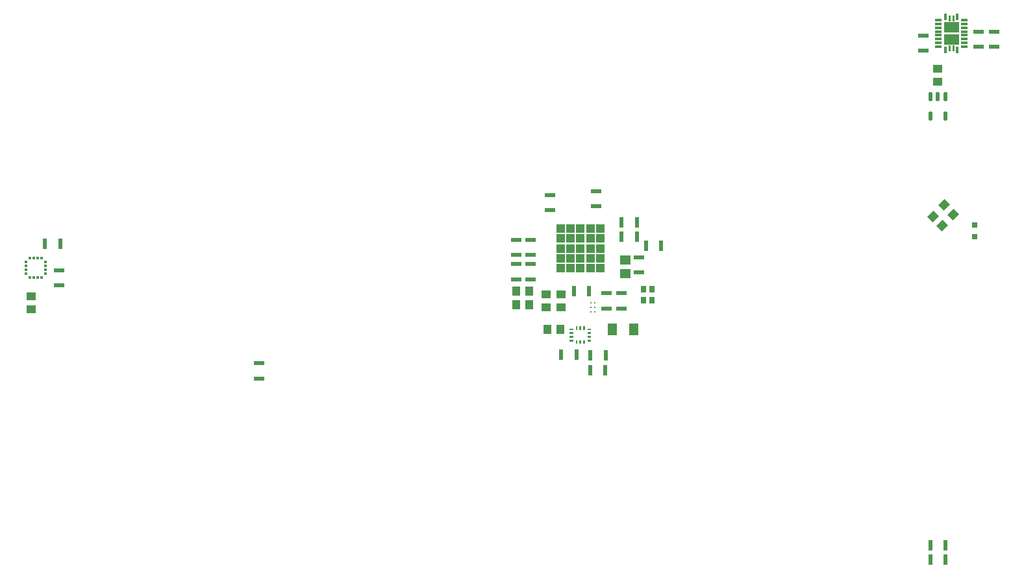
<source format=gtp>
G04*
G04 #@! TF.GenerationSoftware,Altium Limited,Altium Designer,25.2.1 (25)*
G04*
G04 Layer_Color=8421504*
%FSLAX25Y25*%
%MOIN*%
G70*
G04*
G04 #@! TF.SameCoordinates,2F33FC32-E69D-4905-AB7C-0DFD41B7419D*
G04*
G04*
G04 #@! TF.FilePolarity,Positive*
G04*
G01*
G75*
%ADD21R,0.03150X0.03150*%
%ADD22R,0.04724X0.06299*%
%ADD23R,0.01200X0.03200*%
%ADD24R,0.03200X0.01200*%
G04:AMPARAMS|DCode=25|XSize=47.64mil|YSize=23.23mil|CornerRadius=5.81mil|HoleSize=0mil|Usage=FLASHONLY|Rotation=270.000|XOffset=0mil|YOffset=0mil|HoleType=Round|Shape=RoundedRectangle|*
%AMROUNDEDRECTD25*
21,1,0.04764,0.01161,0,0,270.0*
21,1,0.03602,0.02323,0,0,270.0*
1,1,0.01161,-0.00581,-0.01801*
1,1,0.01161,-0.00581,0.01801*
1,1,0.01161,0.00581,0.01801*
1,1,0.01161,0.00581,-0.01801*
%
%ADD25ROUNDEDRECTD25*%
%ADD26R,0.04700X0.04000*%
%ADD27R,0.01800X0.01200*%
%ADD28R,0.01200X0.01800*%
%ADD29R,0.00787X0.00787*%
%ADD30R,0.05700X0.04600*%
%ADD31R,0.03150X0.03543*%
%ADD32R,0.05787X0.02441*%
%ADD33R,0.02441X0.05787*%
%ADD34R,0.04000X0.04700*%
G04:AMPARAMS|DCode=35|XSize=40mil|YSize=47mil|CornerRadius=0mil|HoleSize=0mil|Usage=FLASHONLY|Rotation=315.000|XOffset=0mil|YOffset=0mil|HoleType=Round|Shape=Rectangle|*
%AMROTATEDRECTD35*
4,1,4,-0.03076,-0.00248,0.00248,0.03076,0.03076,0.00248,-0.00248,-0.03076,-0.03076,-0.00248,0.0*
%
%ADD35ROTATEDRECTD35*%

G36*
X492000Y301232D02*
X491000D01*
Y304082D01*
X492000D01*
Y301232D01*
D02*
G37*
G36*
X490000D02*
X489000D01*
Y304082D01*
X490000D01*
Y301232D01*
D02*
G37*
G36*
X494356Y295425D02*
X486644D01*
Y300838D01*
X494356D01*
Y295425D01*
D02*
G37*
G36*
Y289225D02*
X486644D01*
Y294638D01*
X494356D01*
Y289225D01*
D02*
G37*
G36*
X492000Y285981D02*
X491000D01*
Y288831D01*
X492000D01*
Y285981D01*
D02*
G37*
G36*
X490000D02*
X489000D01*
Y288831D01*
X490000D01*
Y285981D01*
D02*
G37*
G36*
X312406Y192605D02*
X308074D01*
Y196938D01*
X312406D01*
Y192605D01*
D02*
G37*
G36*
X307286D02*
X302954D01*
Y196938D01*
X307286D01*
Y192605D01*
D02*
G37*
G36*
X302166D02*
X297834D01*
Y196938D01*
X302166D01*
Y192605D01*
D02*
G37*
G36*
X297046D02*
X292714D01*
Y196938D01*
X297046D01*
Y192605D01*
D02*
G37*
G36*
X291926D02*
X287594D01*
Y196938D01*
X291926D01*
Y192605D01*
D02*
G37*
G36*
X312406Y187485D02*
X308074D01*
Y191818D01*
X312406D01*
Y187485D01*
D02*
G37*
G36*
X307286D02*
X302954D01*
Y191818D01*
X307286D01*
Y187485D01*
D02*
G37*
G36*
X302166D02*
X297834D01*
Y191818D01*
X302166D01*
Y187485D01*
D02*
G37*
G36*
X297046D02*
X292714D01*
Y191818D01*
X297046D01*
Y187485D01*
D02*
G37*
G36*
X291926D02*
X287594D01*
Y191818D01*
X291926D01*
Y187485D01*
D02*
G37*
G36*
X312406Y182365D02*
X308074D01*
Y186698D01*
X312406D01*
Y182365D01*
D02*
G37*
G36*
X307286D02*
X302954D01*
Y186698D01*
X307286D01*
Y182365D01*
D02*
G37*
G36*
X302166D02*
X297834D01*
Y186698D01*
X302166D01*
Y182365D01*
D02*
G37*
G36*
X297046D02*
X292714D01*
Y186698D01*
X297046D01*
Y182365D01*
D02*
G37*
G36*
X291926D02*
X287594D01*
Y186698D01*
X291926D01*
Y182365D01*
D02*
G37*
G36*
X312406Y177245D02*
X308074D01*
Y181578D01*
X312406D01*
Y177245D01*
D02*
G37*
G36*
X307286D02*
X302954D01*
Y181578D01*
X307286D01*
Y177245D01*
D02*
G37*
G36*
X302166D02*
X297834D01*
Y181578D01*
X302166D01*
Y177245D01*
D02*
G37*
G36*
X297046D02*
X292714D01*
Y181578D01*
X297046D01*
Y177245D01*
D02*
G37*
G36*
X291926D02*
X287594D01*
Y181578D01*
X291926D01*
Y177245D01*
D02*
G37*
G36*
X312406Y172125D02*
X308074D01*
Y176458D01*
X312406D01*
Y172125D01*
D02*
G37*
G36*
X307286D02*
X302954D01*
Y176458D01*
X307286D01*
Y172125D01*
D02*
G37*
G36*
X302166D02*
X297834D01*
Y176458D01*
X302166D01*
Y172125D01*
D02*
G37*
G36*
X297046D02*
X292714D01*
Y176458D01*
X297046D01*
Y172125D01*
D02*
G37*
G36*
X291926D02*
X287594D01*
Y176458D01*
X291926D01*
Y172125D01*
D02*
G37*
G36*
X302437Y142646D02*
X301500D01*
Y144417D01*
X302437D01*
Y142646D01*
D02*
G37*
G36*
X300468D02*
X299532D01*
Y144417D01*
X300468D01*
Y142646D01*
D02*
G37*
G36*
X298500D02*
X297563D01*
Y144417D01*
X298500D01*
Y142646D01*
D02*
G37*
G36*
X305463Y142423D02*
X303691D01*
Y143360D01*
X305463D01*
Y142423D01*
D02*
G37*
G36*
X296309D02*
X294537D01*
Y143360D01*
X296309D01*
Y142423D01*
D02*
G37*
G36*
X305463Y140455D02*
X303691D01*
Y141392D01*
X305463D01*
Y140455D01*
D02*
G37*
G36*
X296309D02*
X294537D01*
Y141392D01*
X296309D01*
Y140455D01*
D02*
G37*
G36*
X305463Y138486D02*
X303691D01*
Y139423D01*
X305463D01*
Y138486D01*
D02*
G37*
G36*
X296309D02*
X294537D01*
Y139423D01*
X296309D01*
Y138486D01*
D02*
G37*
G36*
X305463Y136518D02*
X303691D01*
Y137455D01*
X305463D01*
Y136518D01*
D02*
G37*
G36*
X296309D02*
X294537D01*
Y137455D01*
X296309D01*
Y136518D01*
D02*
G37*
G36*
X302437Y135461D02*
X301500D01*
Y137232D01*
X302437D01*
Y135461D01*
D02*
G37*
G36*
X300468D02*
X299532D01*
Y137232D01*
X300468D01*
Y135461D01*
D02*
G37*
G36*
X298500D02*
X297563D01*
Y137232D01*
X298500D01*
Y135461D01*
D02*
G37*
D21*
X502500Y190382D02*
D03*
Y196681D02*
D03*
D22*
X316500Y143032D02*
D03*
X327524D02*
D03*
D23*
X493453Y286382D02*
D03*
Y303681D02*
D03*
X487547D02*
D03*
Y286382D02*
D03*
D24*
X497200Y288142D02*
D03*
Y290110D02*
D03*
Y292079D02*
D03*
Y294047D02*
D03*
Y296016D02*
D03*
Y297984D02*
D03*
Y299953D02*
D03*
Y301921D02*
D03*
X483800D02*
D03*
Y299953D02*
D03*
Y297984D02*
D03*
Y296016D02*
D03*
Y294047D02*
D03*
Y292079D02*
D03*
Y290110D02*
D03*
Y288142D02*
D03*
D25*
X487240Y262472D02*
D03*
X483500D02*
D03*
X479760D02*
D03*
Y252591D02*
D03*
X487240D02*
D03*
D26*
X18000Y153150D02*
D03*
Y159850D02*
D03*
X483500Y270150D02*
D03*
Y276850D02*
D03*
X282500Y154182D02*
D03*
Y160881D02*
D03*
X290000D02*
D03*
Y154182D02*
D03*
D27*
X15480Y177453D02*
D03*
Y175484D02*
D03*
Y173516D02*
D03*
Y171547D02*
D03*
X25520D02*
D03*
Y173516D02*
D03*
Y175484D02*
D03*
Y177453D02*
D03*
D28*
X17547Y169480D02*
D03*
X19516D02*
D03*
X21484D02*
D03*
X23453D02*
D03*
Y179520D02*
D03*
X21484D02*
D03*
X19516D02*
D03*
X17547D02*
D03*
D29*
X305500Y156653D02*
D03*
X307469D02*
D03*
X305500Y154342D02*
D03*
X307469D02*
D03*
Y152032D02*
D03*
X305500D02*
D03*
D30*
X323000Y171550D02*
D03*
Y178450D02*
D03*
D31*
X336831Y163531D02*
D03*
Y158020D02*
D03*
X332500D02*
D03*
Y163531D02*
D03*
D32*
X32500Y165496D02*
D03*
Y173370D02*
D03*
X476000Y286094D02*
D03*
Y293969D02*
D03*
X504500Y288094D02*
D03*
Y295969D02*
D03*
X512500Y288158D02*
D03*
Y296031D02*
D03*
X135000Y117563D02*
D03*
Y125437D02*
D03*
X284500Y204095D02*
D03*
Y211968D02*
D03*
X267000Y168595D02*
D03*
Y176469D02*
D03*
X274500Y168595D02*
D03*
Y176469D02*
D03*
Y188969D02*
D03*
Y181095D02*
D03*
X267000Y188969D02*
D03*
Y181095D02*
D03*
X313500Y153595D02*
D03*
Y161469D02*
D03*
X321000D02*
D03*
Y153595D02*
D03*
X308000Y206063D02*
D03*
Y213937D02*
D03*
X330000Y179969D02*
D03*
Y172095D02*
D03*
D33*
X479563Y24532D02*
D03*
X487437D02*
D03*
X479563Y32032D02*
D03*
X487437D02*
D03*
X296563Y162531D02*
D03*
X304437D02*
D03*
X328937Y190532D02*
D03*
X321063D02*
D03*
X328937Y198031D02*
D03*
X321063D02*
D03*
X341437Y186031D02*
D03*
X333563D02*
D03*
X290063Y130032D02*
D03*
X297937D02*
D03*
X312874Y122031D02*
D03*
X305000D02*
D03*
X312937Y129532D02*
D03*
X305063D02*
D03*
X32937Y187000D02*
D03*
X25063D02*
D03*
D34*
X267150Y162531D02*
D03*
X273850D02*
D03*
X267150Y155532D02*
D03*
X273850D02*
D03*
X289850Y143032D02*
D03*
X283150D02*
D03*
D35*
X491500Y202031D02*
D03*
X486762Y206769D02*
D03*
X485869Y196163D02*
D03*
X481131Y200900D02*
D03*
M02*

</source>
